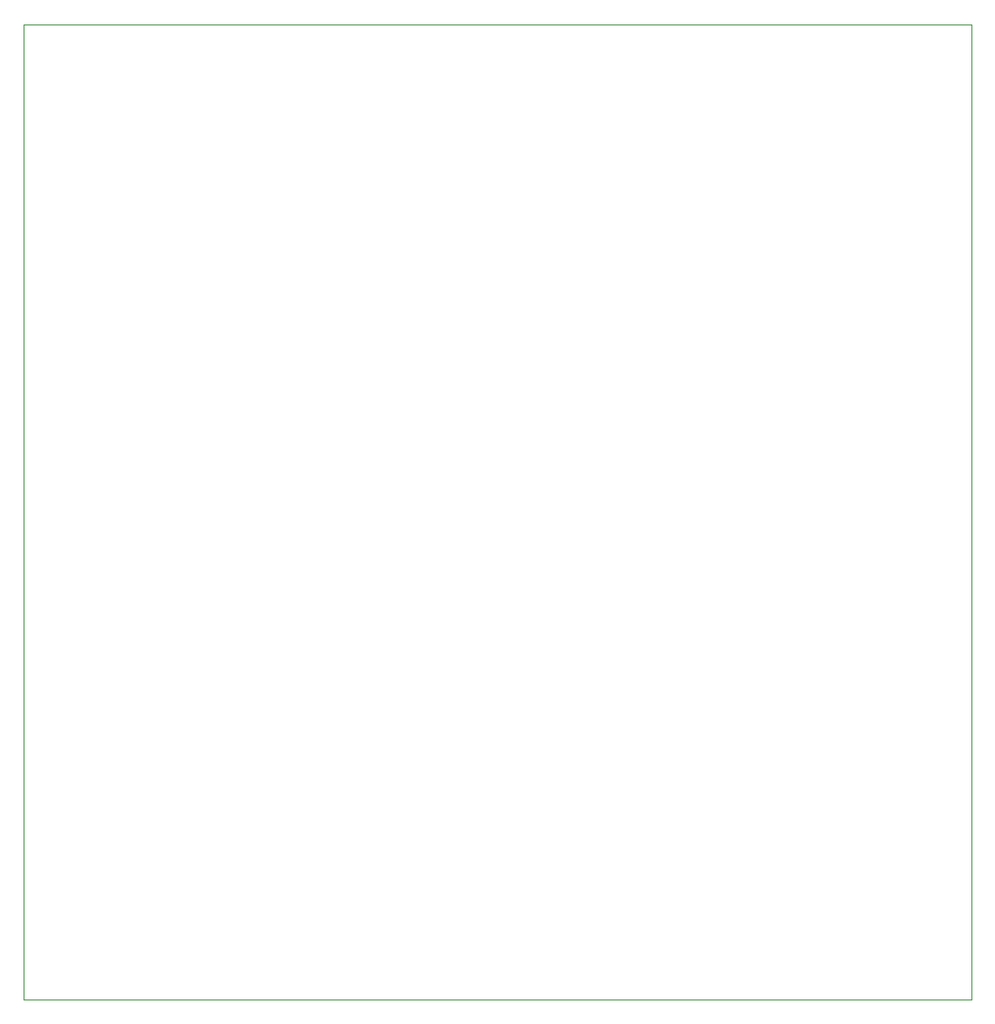
<source format=gm1>
G04 #@! TF.GenerationSoftware,KiCad,Pcbnew,8.0.2*
G04 #@! TF.CreationDate,2024-06-02T13:15:13+02:00*
G04 #@! TF.ProjectId,sample,73616d70-6c65-42e6-9b69-6361645f7063,rev?*
G04 #@! TF.SameCoordinates,Original*
G04 #@! TF.FileFunction,Profile,NP*
%FSLAX46Y46*%
G04 Gerber Fmt 4.6, Leading zero omitted, Abs format (unit mm)*
G04 Created by KiCad (PCBNEW 8.0.2) date 2024-06-02 13:15:13*
%MOMM*%
%LPD*%
G01*
G04 APERTURE LIST*
G04 #@! TA.AperFunction,Profile*
%ADD10C,0.050000*%
G04 #@! TD*
G04 APERTURE END LIST*
D10*
X84500000Y-45000000D02*
X173000000Y-45000000D01*
X173000000Y-136000000D01*
X84500000Y-136000000D01*
X84500000Y-45000000D01*
M02*

</source>
